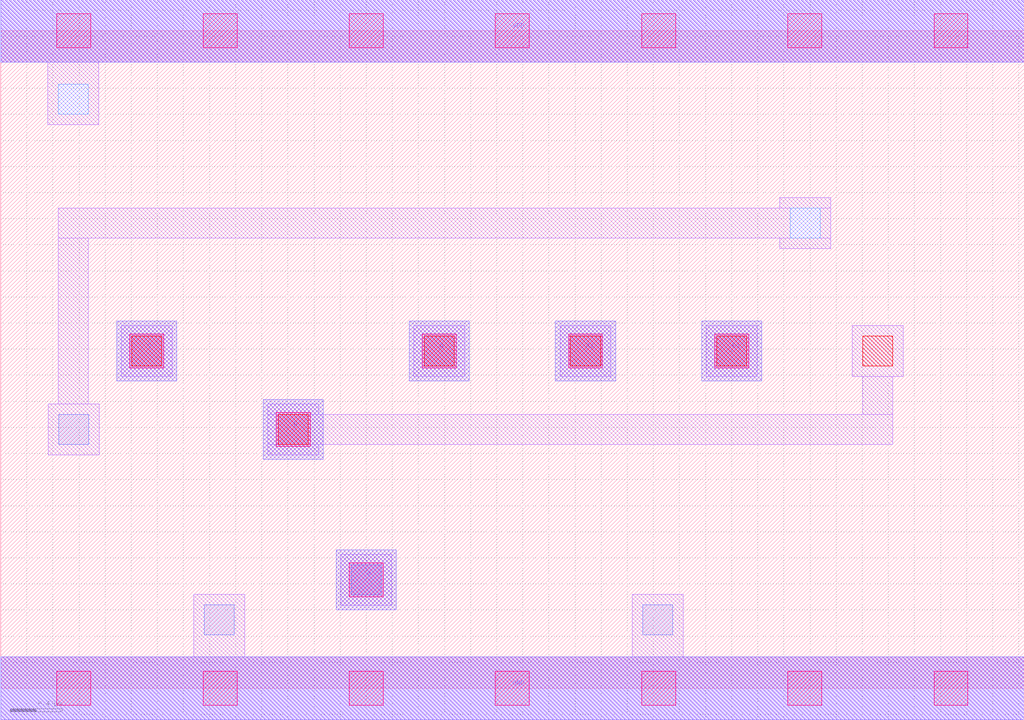
<source format=lef>
MACRO AAOI221
 CLASS CORE ;
 FOREIGN AAOI221 0 0 ;
 SIZE 7.84 BY 5.04 ;
 ORIGIN 0 0 ;
 SYMMETRY X Y R90 ;
 SITE unit ;
  PIN VDD
   DIRECTION INOUT ;
   USE POWER ;
   SHAPE ABUTMENT ;
    PORT
     CLASS CORE ;
       LAYER met1 ;
        RECT 0.00000000 4.80000000 7.84000000 5.28000000 ;
       LAYER met2 ;
        RECT 0.00000000 4.80000000 7.84000000 5.28000000 ;
    END
  END VDD

  PIN GND
   DIRECTION INOUT ;
   USE POWER ;
   SHAPE ABUTMENT ;
    PORT
     CLASS CORE ;
       LAYER met1 ;
        RECT 0.00000000 -0.24000000 7.84000000 0.24000000 ;
       LAYER met2 ;
        RECT 0.00000000 -0.24000000 7.84000000 0.24000000 ;
    END
  END GND

  PIN Y
   DIRECTION INOUT ;
   USE SIGNAL ;
   SHAPE ABUTMENT ;
    PORT
     CLASS CORE ;
       LAYER met2 ;
        RECT 2.57000000 0.60200000 3.03000000 1.06200000 ;
    END
  END Y

  PIN A1
   DIRECTION INOUT ;
   USE SIGNAL ;
   SHAPE ABUTMENT ;
    PORT
     CLASS CORE ;
       LAYER met2 ;
        RECT 4.25000000 2.35700000 4.71000000 2.81700000 ;
    END
  END A1

  PIN B1
   DIRECTION INOUT ;
   USE SIGNAL ;
   SHAPE ABUTMENT ;
    PORT
     CLASS CORE ;
       LAYER met2 ;
        RECT 5.37000000 2.35700000 5.83000000 2.81700000 ;
    END
  END B1

  PIN A
   DIRECTION INOUT ;
   USE SIGNAL ;
   SHAPE ABUTMENT ;
    PORT
     CLASS CORE ;
       LAYER met2 ;
        RECT 3.13000000 2.35700000 3.59000000 2.81700000 ;
    END
  END A

  PIN B
   DIRECTION INOUT ;
   USE SIGNAL ;
   SHAPE ABUTMENT ;
    PORT
     CLASS CORE ;
       LAYER met2 ;
        RECT 2.01000000 1.75500000 2.47000000 2.21500000 ;
    END
  END B

  PIN C
   DIRECTION INOUT ;
   USE SIGNAL ;
   SHAPE ABUTMENT ;
    PORT
     CLASS CORE ;
       LAYER met2 ;
        RECT 0.89000000 2.35700000 1.35000000 2.81700000 ;
    END
  END C

 OBS
    LAYER polycont ;
     RECT 2.12500000 1.87000000 2.35500000 2.10000000 ;
     RECT 1.00500000 2.47200000 1.23500000 2.70200000 ;
     RECT 3.24500000 2.47200000 3.47500000 2.70200000 ;
     RECT 4.36500000 2.47200000 4.59500000 2.70200000 ;
     RECT 5.48500000 2.47200000 5.71500000 2.70200000 ;
     RECT 6.60500000 2.47200000 6.83500000 2.70200000 ;

    LAYER pdiffc ;
     RECT 6.05000000 3.45000000 6.28000000 3.68000000 ;
     RECT 0.44000000 4.40000000 0.67000000 4.63000000 ;

    LAYER ndiffc ;
     RECT 1.56000000 0.41000000 1.79000000 0.64000000 ;
     RECT 4.92000000 0.41000000 5.15000000 0.64000000 ;
     RECT 2.68500000 0.71700000 2.91500000 0.94700000 ;
     RECT 0.44500000 1.87000000 0.67500000 2.10000000 ;

    LAYER met1 ;
     RECT 0.00000000 -0.24000000 7.84000000 0.24000000 ;
     RECT 1.48000000 0.24000000 1.87000000 0.72000000 ;
     RECT 4.84000000 0.24000000 5.23000000 0.72000000 ;
     RECT 2.60500000 0.63700000 2.99500000 1.02700000 ;
     RECT 0.92500000 2.39200000 1.31500000 2.78200000 ;
     RECT 3.16500000 2.39200000 3.55500000 2.78200000 ;
     RECT 4.28500000 2.39200000 4.67500000 2.78200000 ;
     RECT 5.40500000 2.39200000 5.79500000 2.78200000 ;
     RECT 2.04500000 1.79000000 2.43500000 1.87000000 ;
     RECT 2.04500000 1.87000000 6.83500000 2.10000000 ;
     RECT 2.04500000 2.10000000 2.43500000 2.18000000 ;
     RECT 6.60500000 2.10000000 6.83500000 2.39200000 ;
     RECT 6.52500000 2.39200000 6.91500000 2.78200000 ;
     RECT 0.36500000 1.79000000 0.75500000 2.18000000 ;
     RECT 0.44000000 2.18000000 0.67000000 3.45000000 ;
     RECT 5.97000000 3.37000000 6.36000000 3.45000000 ;
     RECT 0.44000000 3.45000000 6.36000000 3.68000000 ;
     RECT 5.97000000 3.68000000 6.36000000 3.76000000 ;
     RECT 0.36000000 4.32000000 0.75000000 4.80000000 ;
     RECT 0.00000000 4.80000000 7.84000000 5.28000000 ;

    LAYER via1 ;
     RECT 0.43000000 -0.13000000 0.69000000 0.13000000 ;
     RECT 1.55000000 -0.13000000 1.81000000 0.13000000 ;
     RECT 2.67000000 -0.13000000 2.93000000 0.13000000 ;
     RECT 3.79000000 -0.13000000 4.05000000 0.13000000 ;
     RECT 4.91000000 -0.13000000 5.17000000 0.13000000 ;
     RECT 6.03000000 -0.13000000 6.29000000 0.13000000 ;
     RECT 7.15000000 -0.13000000 7.41000000 0.13000000 ;
     RECT 2.67000000 0.70200000 2.93000000 0.96200000 ;
     RECT 2.11000000 1.85500000 2.37000000 2.11500000 ;
     RECT 0.99000000 2.45700000 1.25000000 2.71700000 ;
     RECT 3.23000000 2.45700000 3.49000000 2.71700000 ;
     RECT 4.35000000 2.45700000 4.61000000 2.71700000 ;
     RECT 5.47000000 2.45700000 5.73000000 2.71700000 ;
     RECT 0.43000000 4.91000000 0.69000000 5.17000000 ;
     RECT 1.55000000 4.91000000 1.81000000 5.17000000 ;
     RECT 2.67000000 4.91000000 2.93000000 5.17000000 ;
     RECT 3.79000000 4.91000000 4.05000000 5.17000000 ;
     RECT 4.91000000 4.91000000 5.17000000 5.17000000 ;
     RECT 6.03000000 4.91000000 6.29000000 5.17000000 ;
     RECT 7.15000000 4.91000000 7.41000000 5.17000000 ;

    LAYER met2 ;
     RECT 0.00000000 -0.24000000 7.84000000 0.24000000 ;
     RECT 2.57000000 0.60200000 3.03000000 1.06200000 ;
     RECT 2.01000000 1.75500000 2.47000000 2.21500000 ;
     RECT 0.89000000 2.35700000 1.35000000 2.81700000 ;
     RECT 3.13000000 2.35700000 3.59000000 2.81700000 ;
     RECT 4.25000000 2.35700000 4.71000000 2.81700000 ;
     RECT 5.37000000 2.35700000 5.83000000 2.81700000 ;
     RECT 0.00000000 4.80000000 7.84000000 5.28000000 ;

 END
END AAOI221

</source>
